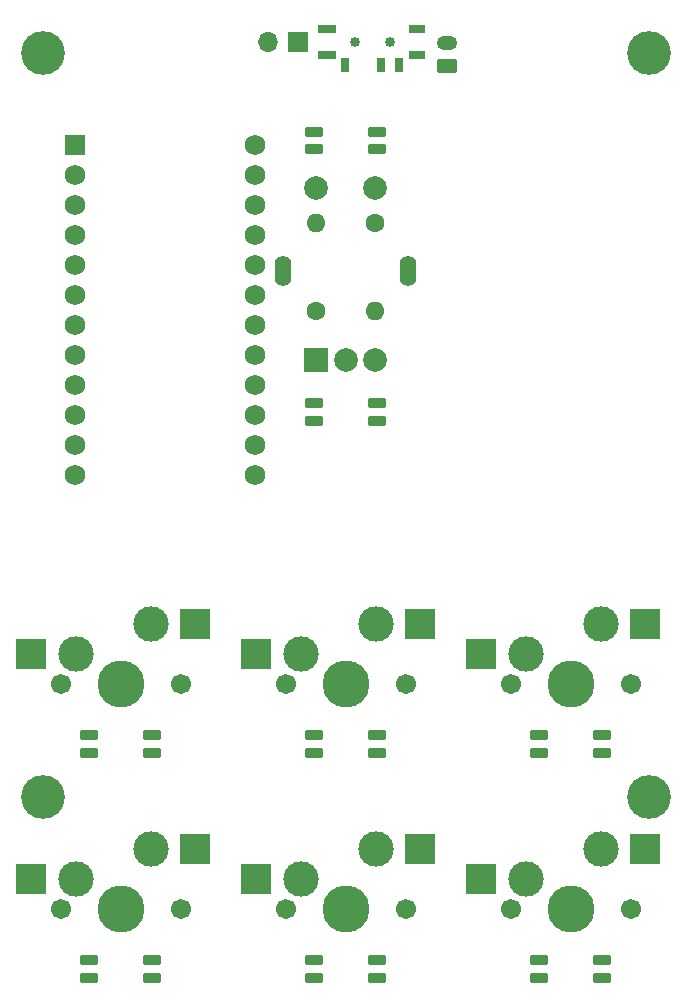
<source format=gbs>
%TF.GenerationSoftware,KiCad,Pcbnew,(6.0.4)*%
%TF.CreationDate,2022-08-26T14:06:06+02:00*%
%TF.ProjectId,Little Big Scroll 6 - PCB,4c697474-6c65-4204-9269-67205363726f,v1.1*%
%TF.SameCoordinates,Original*%
%TF.FileFunction,Soldermask,Bot*%
%TF.FilePolarity,Negative*%
%FSLAX46Y46*%
G04 Gerber Fmt 4.6, Leading zero omitted, Abs format (unit mm)*
G04 Created by KiCad (PCBNEW (6.0.4)) date 2022-08-26 14:06:06*
%MOMM*%
%LPD*%
G01*
G04 APERTURE LIST*
G04 Aperture macros list*
%AMRoundRect*
0 Rectangle with rounded corners*
0 $1 Rounding radius*
0 $2 $3 $4 $5 $6 $7 $8 $9 X,Y pos of 4 corners*
0 Add a 4 corners polygon primitive as box body*
4,1,4,$2,$3,$4,$5,$6,$7,$8,$9,$2,$3,0*
0 Add four circle primitives for the rounded corners*
1,1,$1+$1,$2,$3*
1,1,$1+$1,$4,$5*
1,1,$1+$1,$6,$7*
1,1,$1+$1,$8,$9*
0 Add four rect primitives between the rounded corners*
20,1,$1+$1,$2,$3,$4,$5,0*
20,1,$1+$1,$4,$5,$6,$7,0*
20,1,$1+$1,$6,$7,$8,$9,0*
20,1,$1+$1,$8,$9,$2,$3,0*%
G04 Aperture macros list end*
%ADD10R,1.752600X1.752600*%
%ADD11C,1.752600*%
%ADD12C,3.000000*%
%ADD13C,1.701800*%
%ADD14C,3.987800*%
%ADD15R,2.550000X2.500000*%
%ADD16R,2.000000X2.000000*%
%ADD17C,2.000000*%
%ADD18O,1.400000X2.600000*%
%ADD19RoundRect,0.082000X-0.668000X0.328000X-0.668000X-0.328000X0.668000X-0.328000X0.668000X0.328000X0*%
%ADD20RoundRect,0.082000X0.668000X-0.328000X0.668000X0.328000X-0.668000X0.328000X-0.668000X-0.328000X0*%
%ADD21C,3.700000*%
%ADD22R,1.700000X1.700000*%
%ADD23O,1.700000X1.700000*%
%ADD24RoundRect,0.250000X0.625000X-0.350000X0.625000X0.350000X-0.625000X0.350000X-0.625000X-0.350000X0*%
%ADD25O,1.750000X1.200000*%
%ADD26C,1.600000*%
%ADD27O,1.600000X1.600000*%
%ADD28C,0.850000*%
%ADD29R,0.800000X1.200000*%
%ADD30R,1.400000X0.800000*%
%ADD31R,1.500000X0.800000*%
G04 APERTURE END LIST*
D10*
X87340000Y-57510000D03*
D11*
X87340000Y-60050000D03*
X87340000Y-62590000D03*
X87340000Y-65130000D03*
X87340000Y-67670000D03*
X87340000Y-70210000D03*
X87340000Y-72750000D03*
X87340000Y-75290000D03*
X87340000Y-77830000D03*
X87340000Y-80370000D03*
X87340000Y-82910000D03*
X87340000Y-85450000D03*
X102580000Y-85450000D03*
X102580000Y-82910000D03*
X102580000Y-80370000D03*
X102580000Y-77830000D03*
X102580000Y-75290000D03*
X102580000Y-72750000D03*
X102580000Y-70210000D03*
X102580000Y-67670000D03*
X102580000Y-65130000D03*
X102580000Y-62590000D03*
X102580000Y-60050000D03*
X102580000Y-57510000D03*
D12*
X93760000Y-98080000D03*
D13*
X86140000Y-103160000D03*
D12*
X87410000Y-100620000D03*
D14*
X91220000Y-103160000D03*
D13*
X96300000Y-103160000D03*
D15*
X83660000Y-100620000D03*
X97510000Y-98080000D03*
D12*
X106460000Y-100620000D03*
D13*
X115350000Y-103160000D03*
X105190000Y-103160000D03*
D14*
X110270000Y-103160000D03*
D12*
X112810000Y-98080000D03*
D15*
X102710000Y-100620000D03*
X116560000Y-98080000D03*
D13*
X124240000Y-103160000D03*
D12*
X131860000Y-98080000D03*
D13*
X134400000Y-103160000D03*
D12*
X125510000Y-100620000D03*
D14*
X129320000Y-103160000D03*
D15*
X121760000Y-100620000D03*
X135610000Y-98080000D03*
D13*
X86140000Y-122210000D03*
D14*
X91220000Y-122210000D03*
D13*
X96300000Y-122210000D03*
D12*
X93760000Y-117130000D03*
X87410000Y-119670000D03*
D15*
X83660000Y-119670000D03*
X97510000Y-117130000D03*
D13*
X105190000Y-122210000D03*
D12*
X112810000Y-117130000D03*
D14*
X110270000Y-122210000D03*
D13*
X115350000Y-122210000D03*
D12*
X106460000Y-119670000D03*
D15*
X102710000Y-119670000D03*
X116560000Y-117130000D03*
D14*
X129320000Y-122210000D03*
D12*
X131860000Y-117130000D03*
X125510000Y-119670000D03*
D13*
X134400000Y-122210000D03*
X124240000Y-122210000D03*
D15*
X121760000Y-119670000D03*
X135610000Y-117130000D03*
D16*
X107770000Y-75660000D03*
D17*
X112770000Y-75660000D03*
X110270000Y-75660000D03*
D18*
X104970000Y-68160000D03*
X115570000Y-68160000D03*
D17*
X112770000Y-61160000D03*
X107770000Y-61160000D03*
D19*
X88570000Y-107489999D03*
X88570000Y-108989999D03*
X93870000Y-108989999D03*
X93870000Y-107489999D03*
X107620000Y-107489999D03*
X107620000Y-108989999D03*
X112920000Y-108989999D03*
X112920000Y-107489999D03*
X126670000Y-107489999D03*
X126670000Y-108989999D03*
X131970000Y-108989999D03*
X131970000Y-107489999D03*
X88570000Y-126539999D03*
X88570000Y-128039999D03*
X93870000Y-128039999D03*
X93870000Y-126539999D03*
X107620000Y-126539999D03*
X107620000Y-128039999D03*
X112920000Y-128039999D03*
X112920000Y-126539999D03*
X126670000Y-126539999D03*
X126670000Y-128039999D03*
X131970000Y-128039999D03*
X131970000Y-126539999D03*
D20*
X112920000Y-57870001D03*
X112920000Y-56370001D03*
X107620000Y-56370001D03*
X107620000Y-57870001D03*
X112920000Y-80865001D03*
X112920000Y-79365001D03*
X107620000Y-79365001D03*
X107620000Y-80865001D03*
D21*
X84600000Y-112685000D03*
X135940000Y-112685000D03*
X135940000Y-49730000D03*
X84600000Y-49730000D03*
D22*
X106250000Y-48810000D03*
D23*
X103710000Y-48810000D03*
D24*
X118870000Y-50820000D03*
D25*
X118870000Y-48820000D03*
D26*
X112770000Y-64090000D03*
D27*
X112770000Y-71590000D03*
D26*
X107790000Y-71560000D03*
D27*
X107790000Y-64060000D03*
D28*
X114040000Y-48750000D03*
X111040000Y-48750000D03*
D29*
X110240000Y-50750000D03*
X113240000Y-50750000D03*
X114740000Y-50750000D03*
D30*
X116340000Y-47650000D03*
D31*
X108690000Y-47650000D03*
D30*
X116340000Y-49850000D03*
D31*
X108690000Y-49850000D03*
M02*

</source>
